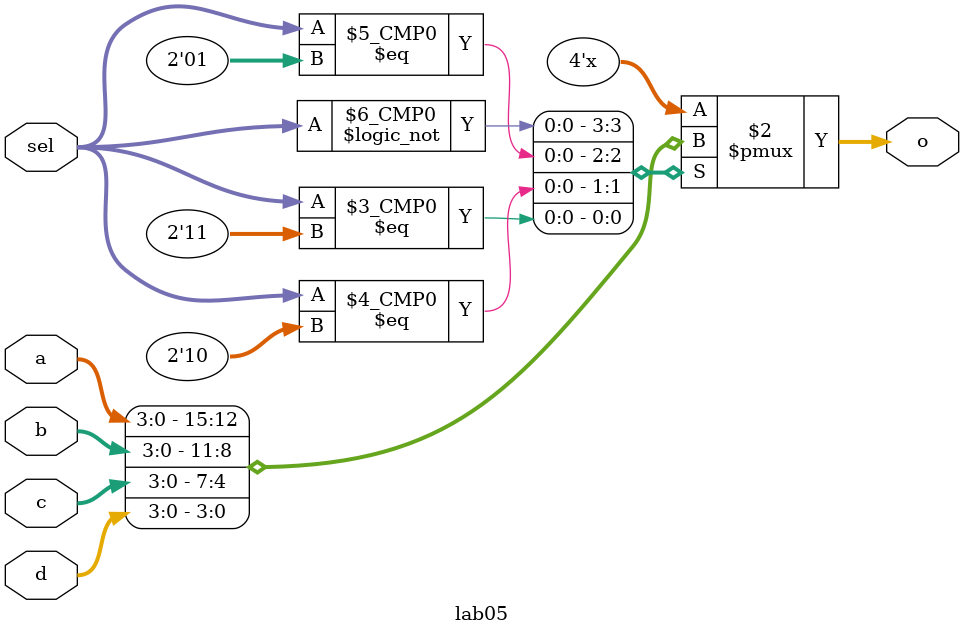
<source format=v>
`timescale 1ns / 1ps


module lab05(
input [3:0] a,b,c,d,
input [1:0] sel,
output reg [3:0] o
    );
    always@(*)
    begin
    case(sel)
    2'b00:o=a;
    2'b01:o=b;
    2'b10:o=c;
    2'b11:o=d;
    default:o=4'h0;
    endcase
    end
endmodule
</source>
